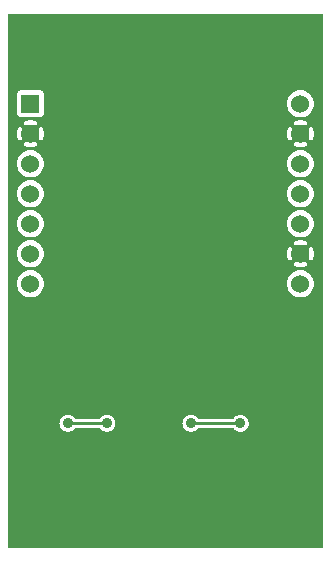
<source format=gbr>
G04 start of page 3 for group 1 idx 1 *
G04 Title: (unknown), bottom *
G04 Creator: pcb 4.0.2 *
G04 CreationDate: Sat May 14 18:14:40 2022 UTC *
G04 For: railfan *
G04 Format: Gerber/RS-274X *
G04 PCB-Dimensions (mil): 1400.00 2300.00 *
G04 PCB-Coordinate-Origin: lower left *
%MOIN*%
%FSLAX25Y25*%
%LNBOTTOM*%
%ADD23C,0.0380*%
%ADD22C,0.0200*%
%ADD21C,0.0360*%
%ADD20C,0.0600*%
%ADD19C,0.0100*%
%ADD18C,0.0001*%
G54D18*G36*
X118613Y217500D02*X122500D01*
Y39500D01*
X118613D01*
Y124802D01*
X118652Y124847D01*
X119022Y125451D01*
X119293Y126105D01*
X119458Y126794D01*
X119500Y127500D01*
X119458Y128206D01*
X119293Y128895D01*
X119022Y129549D01*
X118652Y130153D01*
X118613Y130198D01*
Y135353D01*
X118656Y135360D01*
X118768Y135397D01*
X118873Y135452D01*
X118968Y135522D01*
X119051Y135606D01*
X119119Y135702D01*
X119170Y135808D01*
X119318Y136216D01*
X119422Y136637D01*
X119484Y137067D01*
X119505Y137500D01*
X119484Y137933D01*
X119422Y138363D01*
X119318Y138784D01*
X119175Y139194D01*
X119122Y139300D01*
X119053Y139396D01*
X118970Y139481D01*
X118875Y139551D01*
X118769Y139606D01*
X118657Y139643D01*
X118613Y139651D01*
Y144802D01*
X118652Y144847D01*
X119022Y145451D01*
X119293Y146105D01*
X119458Y146794D01*
X119500Y147500D01*
X119458Y148206D01*
X119293Y148895D01*
X119022Y149549D01*
X118652Y150153D01*
X118613Y150198D01*
Y154802D01*
X118652Y154847D01*
X119022Y155451D01*
X119293Y156105D01*
X119458Y156794D01*
X119500Y157500D01*
X119458Y158206D01*
X119293Y158895D01*
X119022Y159549D01*
X118652Y160153D01*
X118613Y160198D01*
Y164802D01*
X118652Y164847D01*
X119022Y165451D01*
X119293Y166105D01*
X119458Y166794D01*
X119500Y167500D01*
X119458Y168206D01*
X119293Y168895D01*
X119022Y169549D01*
X118652Y170153D01*
X118613Y170198D01*
Y175353D01*
X118656Y175360D01*
X118768Y175397D01*
X118873Y175452D01*
X118968Y175522D01*
X119051Y175606D01*
X119119Y175702D01*
X119170Y175808D01*
X119318Y176216D01*
X119422Y176637D01*
X119484Y177067D01*
X119505Y177500D01*
X119484Y177933D01*
X119422Y178363D01*
X119318Y178784D01*
X119175Y179194D01*
X119122Y179300D01*
X119053Y179396D01*
X118970Y179481D01*
X118875Y179551D01*
X118769Y179606D01*
X118657Y179643D01*
X118613Y179651D01*
Y184802D01*
X118652Y184847D01*
X119022Y185451D01*
X119293Y186105D01*
X119458Y186794D01*
X119500Y187500D01*
X119458Y188206D01*
X119293Y188895D01*
X119022Y189549D01*
X118652Y190153D01*
X118613Y190198D01*
Y217500D01*
G37*
G36*
Y170198D02*X118192Y170692D01*
X117653Y171152D01*
X117049Y171522D01*
X116395Y171793D01*
X115706Y171958D01*
X115000Y172014D01*
X114993Y172013D01*
Y172995D01*
X115000Y172995D01*
X115433Y173016D01*
X115863Y173078D01*
X116284Y173182D01*
X116694Y173325D01*
X116800Y173378D01*
X116896Y173447D01*
X116981Y173530D01*
X117051Y173625D01*
X117106Y173731D01*
X117143Y173843D01*
X117163Y173960D01*
X117164Y174079D01*
X117146Y174196D01*
X117110Y174309D01*
X117057Y174415D01*
X116988Y174512D01*
X116905Y174596D01*
X116809Y174667D01*
X116704Y174721D01*
X116592Y174759D01*
X116475Y174778D01*
X116356Y174779D01*
X116239Y174761D01*
X116126Y174723D01*
X115855Y174624D01*
X115575Y174556D01*
X115289Y174514D01*
X115000Y174500D01*
X114993Y174500D01*
Y180500D01*
X115000Y180500D01*
X115289Y180486D01*
X115575Y180444D01*
X115855Y180376D01*
X116128Y180280D01*
X116239Y180242D01*
X116356Y180225D01*
X116474Y180225D01*
X116591Y180245D01*
X116703Y180282D01*
X116807Y180336D01*
X116902Y180406D01*
X116985Y180491D01*
X117054Y180587D01*
X117107Y180692D01*
X117143Y180805D01*
X117160Y180921D01*
X117159Y181039D01*
X117140Y181156D01*
X117103Y181268D01*
X117048Y181373D01*
X116978Y181468D01*
X116894Y181551D01*
X116798Y181619D01*
X116692Y181670D01*
X116284Y181818D01*
X115863Y181922D01*
X115433Y181984D01*
X115000Y182005D01*
X114993Y182005D01*
Y182987D01*
X115000Y182986D01*
X115706Y183042D01*
X116395Y183207D01*
X117049Y183478D01*
X117653Y183848D01*
X118192Y184308D01*
X118613Y184802D01*
Y179651D01*
X118540Y179663D01*
X118421Y179664D01*
X118304Y179646D01*
X118191Y179610D01*
X118085Y179557D01*
X117988Y179488D01*
X117904Y179405D01*
X117833Y179309D01*
X117779Y179204D01*
X117741Y179092D01*
X117722Y178975D01*
X117721Y178856D01*
X117739Y178739D01*
X117777Y178626D01*
X117876Y178355D01*
X117944Y178075D01*
X117986Y177789D01*
X118000Y177500D01*
X117986Y177211D01*
X117944Y176925D01*
X117876Y176645D01*
X117780Y176372D01*
X117742Y176261D01*
X117725Y176144D01*
X117725Y176026D01*
X117745Y175909D01*
X117782Y175797D01*
X117836Y175693D01*
X117906Y175598D01*
X117991Y175515D01*
X118087Y175446D01*
X118192Y175393D01*
X118305Y175357D01*
X118421Y175340D01*
X118539Y175341D01*
X118613Y175353D01*
Y170198D01*
G37*
G36*
Y160198D02*X118192Y160692D01*
X117653Y161152D01*
X117049Y161522D01*
X116395Y161793D01*
X115706Y161958D01*
X115000Y162014D01*
X114993Y162013D01*
Y162987D01*
X115000Y162986D01*
X115706Y163042D01*
X116395Y163207D01*
X117049Y163478D01*
X117653Y163848D01*
X118192Y164308D01*
X118613Y164802D01*
Y160198D01*
G37*
G36*
Y150198D02*X118192Y150692D01*
X117653Y151152D01*
X117049Y151522D01*
X116395Y151793D01*
X115706Y151958D01*
X115000Y152014D01*
X114993Y152013D01*
Y152987D01*
X115000Y152986D01*
X115706Y153042D01*
X116395Y153207D01*
X117049Y153478D01*
X117653Y153848D01*
X118192Y154308D01*
X118613Y154802D01*
Y150198D01*
G37*
G36*
Y130198D02*X118192Y130692D01*
X117653Y131152D01*
X117049Y131522D01*
X116395Y131793D01*
X115706Y131958D01*
X115000Y132014D01*
X114993Y132013D01*
Y132995D01*
X115000Y132995D01*
X115433Y133016D01*
X115863Y133078D01*
X116284Y133182D01*
X116694Y133325D01*
X116800Y133378D01*
X116896Y133447D01*
X116981Y133530D01*
X117051Y133625D01*
X117106Y133731D01*
X117143Y133843D01*
X117163Y133960D01*
X117164Y134079D01*
X117146Y134196D01*
X117110Y134309D01*
X117057Y134415D01*
X116988Y134512D01*
X116905Y134596D01*
X116809Y134667D01*
X116704Y134721D01*
X116592Y134759D01*
X116475Y134778D01*
X116356Y134779D01*
X116239Y134761D01*
X116126Y134723D01*
X115855Y134624D01*
X115575Y134556D01*
X115289Y134514D01*
X115000Y134500D01*
X114993Y134500D01*
Y140500D01*
X115000Y140500D01*
X115289Y140486D01*
X115575Y140444D01*
X115855Y140376D01*
X116128Y140280D01*
X116239Y140242D01*
X116356Y140225D01*
X116474Y140225D01*
X116591Y140245D01*
X116703Y140282D01*
X116807Y140336D01*
X116902Y140406D01*
X116985Y140491D01*
X117054Y140587D01*
X117107Y140692D01*
X117143Y140805D01*
X117160Y140921D01*
X117159Y141039D01*
X117140Y141156D01*
X117103Y141268D01*
X117048Y141373D01*
X116978Y141468D01*
X116894Y141551D01*
X116798Y141619D01*
X116692Y141670D01*
X116284Y141818D01*
X115863Y141922D01*
X115433Y141984D01*
X115000Y142005D01*
X114993Y142005D01*
Y142987D01*
X115000Y142986D01*
X115706Y143042D01*
X116395Y143207D01*
X117049Y143478D01*
X117653Y143848D01*
X118192Y144308D01*
X118613Y144802D01*
Y139651D01*
X118540Y139663D01*
X118421Y139664D01*
X118304Y139646D01*
X118191Y139610D01*
X118085Y139557D01*
X117988Y139488D01*
X117904Y139405D01*
X117833Y139309D01*
X117779Y139204D01*
X117741Y139092D01*
X117722Y138975D01*
X117721Y138856D01*
X117739Y138739D01*
X117777Y138626D01*
X117876Y138355D01*
X117944Y138075D01*
X117986Y137789D01*
X118000Y137500D01*
X117986Y137211D01*
X117944Y136925D01*
X117876Y136645D01*
X117780Y136372D01*
X117742Y136261D01*
X117725Y136144D01*
X117725Y136026D01*
X117745Y135909D01*
X117782Y135797D01*
X117836Y135693D01*
X117906Y135598D01*
X117991Y135515D01*
X118087Y135446D01*
X118192Y135393D01*
X118305Y135357D01*
X118421Y135340D01*
X118539Y135341D01*
X118613Y135353D01*
Y130198D01*
G37*
G36*
Y39500D02*X114993D01*
Y122987D01*
X115000Y122986D01*
X115706Y123042D01*
X116395Y123207D01*
X117049Y123478D01*
X117653Y123848D01*
X118192Y124308D01*
X118613Y124802D01*
Y39500D01*
G37*
G36*
X114993Y217500D02*X118613D01*
Y190198D01*
X118192Y190692D01*
X117653Y191152D01*
X117049Y191522D01*
X116395Y191793D01*
X115706Y191958D01*
X115000Y192014D01*
X114993Y192013D01*
Y217500D01*
G37*
G36*
X111387Y124802D02*X111808Y124308D01*
X112347Y123848D01*
X112951Y123478D01*
X113605Y123207D01*
X114294Y123042D01*
X114993Y122987D01*
Y39500D01*
X111387D01*
Y124802D01*
G37*
G36*
Y144802D02*X111808Y144308D01*
X112347Y143848D01*
X112951Y143478D01*
X113605Y143207D01*
X114294Y143042D01*
X114993Y142987D01*
Y142005D01*
X114567Y141984D01*
X114137Y141922D01*
X113716Y141818D01*
X113306Y141675D01*
X113200Y141622D01*
X113104Y141553D01*
X113019Y141470D01*
X112949Y141375D01*
X112894Y141269D01*
X112857Y141157D01*
X112837Y141040D01*
X112836Y140921D01*
X112854Y140804D01*
X112890Y140691D01*
X112943Y140585D01*
X113012Y140488D01*
X113095Y140404D01*
X113191Y140333D01*
X113296Y140279D01*
X113408Y140241D01*
X113525Y140222D01*
X113644Y140221D01*
X113761Y140239D01*
X113874Y140277D01*
X114145Y140376D01*
X114425Y140444D01*
X114711Y140486D01*
X114993Y140500D01*
Y134500D01*
X114711Y134514D01*
X114425Y134556D01*
X114145Y134624D01*
X113872Y134720D01*
X113761Y134758D01*
X113644Y134775D01*
X113526Y134775D01*
X113409Y134755D01*
X113297Y134718D01*
X113193Y134664D01*
X113098Y134594D01*
X113015Y134509D01*
X112946Y134413D01*
X112893Y134308D01*
X112857Y134195D01*
X112840Y134079D01*
X112841Y133961D01*
X112860Y133844D01*
X112897Y133732D01*
X112952Y133627D01*
X113022Y133532D01*
X113106Y133449D01*
X113202Y133381D01*
X113308Y133330D01*
X113716Y133182D01*
X114137Y133078D01*
X114567Y133016D01*
X114993Y132995D01*
Y132013D01*
X114294Y131958D01*
X113605Y131793D01*
X112951Y131522D01*
X112347Y131152D01*
X111808Y130692D01*
X111387Y130198D01*
Y135349D01*
X111460Y135337D01*
X111579Y135336D01*
X111696Y135354D01*
X111809Y135390D01*
X111915Y135443D01*
X112012Y135512D01*
X112096Y135595D01*
X112167Y135691D01*
X112221Y135796D01*
X112259Y135908D01*
X112278Y136025D01*
X112279Y136144D01*
X112261Y136261D01*
X112223Y136374D01*
X112124Y136645D01*
X112056Y136925D01*
X112014Y137211D01*
X112000Y137500D01*
X112014Y137789D01*
X112056Y138075D01*
X112124Y138355D01*
X112220Y138628D01*
X112258Y138739D01*
X112275Y138856D01*
X112275Y138974D01*
X112255Y139091D01*
X112218Y139203D01*
X112164Y139307D01*
X112094Y139402D01*
X112009Y139485D01*
X111913Y139554D01*
X111808Y139607D01*
X111695Y139643D01*
X111579Y139660D01*
X111461Y139659D01*
X111387Y139647D01*
Y144802D01*
G37*
G36*
Y154802D02*X111808Y154308D01*
X112347Y153848D01*
X112951Y153478D01*
X113605Y153207D01*
X114294Y153042D01*
X114993Y152987D01*
Y152013D01*
X114294Y151958D01*
X113605Y151793D01*
X112951Y151522D01*
X112347Y151152D01*
X111808Y150692D01*
X111387Y150198D01*
Y154802D01*
G37*
G36*
Y164802D02*X111808Y164308D01*
X112347Y163848D01*
X112951Y163478D01*
X113605Y163207D01*
X114294Y163042D01*
X114993Y162987D01*
Y162013D01*
X114294Y161958D01*
X113605Y161793D01*
X112951Y161522D01*
X112347Y161152D01*
X111808Y160692D01*
X111387Y160198D01*
Y164802D01*
G37*
G36*
Y184802D02*X111808Y184308D01*
X112347Y183848D01*
X112951Y183478D01*
X113605Y183207D01*
X114294Y183042D01*
X114993Y182987D01*
Y182005D01*
X114567Y181984D01*
X114137Y181922D01*
X113716Y181818D01*
X113306Y181675D01*
X113200Y181622D01*
X113104Y181553D01*
X113019Y181470D01*
X112949Y181375D01*
X112894Y181269D01*
X112857Y181157D01*
X112837Y181040D01*
X112836Y180921D01*
X112854Y180804D01*
X112890Y180691D01*
X112943Y180585D01*
X113012Y180488D01*
X113095Y180404D01*
X113191Y180333D01*
X113296Y180279D01*
X113408Y180241D01*
X113525Y180222D01*
X113644Y180221D01*
X113761Y180239D01*
X113874Y180277D01*
X114145Y180376D01*
X114425Y180444D01*
X114711Y180486D01*
X114993Y180500D01*
Y174500D01*
X114711Y174514D01*
X114425Y174556D01*
X114145Y174624D01*
X113872Y174720D01*
X113761Y174758D01*
X113644Y174775D01*
X113526Y174775D01*
X113409Y174755D01*
X113297Y174718D01*
X113193Y174664D01*
X113098Y174594D01*
X113015Y174509D01*
X112946Y174413D01*
X112893Y174308D01*
X112857Y174195D01*
X112840Y174079D01*
X112841Y173961D01*
X112860Y173844D01*
X112897Y173732D01*
X112952Y173627D01*
X113022Y173532D01*
X113106Y173449D01*
X113202Y173381D01*
X113308Y173330D01*
X113716Y173182D01*
X114137Y173078D01*
X114567Y173016D01*
X114993Y172995D01*
Y172013D01*
X114294Y171958D01*
X113605Y171793D01*
X112951Y171522D01*
X112347Y171152D01*
X111808Y170692D01*
X111387Y170198D01*
Y175349D01*
X111460Y175337D01*
X111579Y175336D01*
X111696Y175354D01*
X111809Y175390D01*
X111915Y175443D01*
X112012Y175512D01*
X112096Y175595D01*
X112167Y175691D01*
X112221Y175796D01*
X112259Y175908D01*
X112278Y176025D01*
X112279Y176144D01*
X112261Y176261D01*
X112223Y176374D01*
X112124Y176645D01*
X112056Y176925D01*
X112014Y177211D01*
X112000Y177500D01*
X112014Y177789D01*
X112056Y178075D01*
X112124Y178355D01*
X112220Y178628D01*
X112258Y178739D01*
X112275Y178856D01*
X112275Y178974D01*
X112255Y179091D01*
X112218Y179203D01*
X112164Y179307D01*
X112094Y179402D01*
X112009Y179485D01*
X111913Y179554D01*
X111808Y179607D01*
X111695Y179643D01*
X111579Y179660D01*
X111461Y179659D01*
X111387Y179647D01*
Y184802D01*
G37*
G36*
Y217500D02*X114993D01*
Y192013D01*
X114294Y191958D01*
X113605Y191793D01*
X112951Y191522D01*
X112347Y191152D01*
X111808Y190692D01*
X111387Y190198D01*
Y217500D01*
G37*
G36*
X86746D02*X111387D01*
Y190198D01*
X111348Y190153D01*
X110978Y189549D01*
X110707Y188895D01*
X110542Y188206D01*
X110486Y187500D01*
X110542Y186794D01*
X110707Y186105D01*
X110978Y185451D01*
X111348Y184847D01*
X111387Y184802D01*
Y179647D01*
X111344Y179640D01*
X111232Y179603D01*
X111127Y179548D01*
X111032Y179478D01*
X110949Y179394D01*
X110881Y179298D01*
X110830Y179192D01*
X110682Y178784D01*
X110578Y178363D01*
X110516Y177933D01*
X110495Y177500D01*
X110516Y177067D01*
X110578Y176637D01*
X110682Y176216D01*
X110825Y175806D01*
X110878Y175700D01*
X110947Y175604D01*
X111030Y175519D01*
X111125Y175449D01*
X111231Y175394D01*
X111343Y175357D01*
X111387Y175349D01*
Y170198D01*
X111348Y170153D01*
X110978Y169549D01*
X110707Y168895D01*
X110542Y168206D01*
X110486Y167500D01*
X110542Y166794D01*
X110707Y166105D01*
X110978Y165451D01*
X111348Y164847D01*
X111387Y164802D01*
Y160198D01*
X111348Y160153D01*
X110978Y159549D01*
X110707Y158895D01*
X110542Y158206D01*
X110486Y157500D01*
X110542Y156794D01*
X110707Y156105D01*
X110978Y155451D01*
X111348Y154847D01*
X111387Y154802D01*
Y150198D01*
X111348Y150153D01*
X110978Y149549D01*
X110707Y148895D01*
X110542Y148206D01*
X110486Y147500D01*
X110542Y146794D01*
X110707Y146105D01*
X110978Y145451D01*
X111348Y144847D01*
X111387Y144802D01*
Y139647D01*
X111344Y139640D01*
X111232Y139603D01*
X111127Y139548D01*
X111032Y139478D01*
X110949Y139394D01*
X110881Y139298D01*
X110830Y139192D01*
X110682Y138784D01*
X110578Y138363D01*
X110516Y137933D01*
X110495Y137500D01*
X110516Y137067D01*
X110578Y136637D01*
X110682Y136216D01*
X110825Y135806D01*
X110878Y135700D01*
X110947Y135604D01*
X111030Y135519D01*
X111125Y135449D01*
X111231Y135394D01*
X111343Y135357D01*
X111387Y135349D01*
Y130198D01*
X111348Y130153D01*
X110978Y129549D01*
X110707Y128895D01*
X110542Y128206D01*
X110486Y127500D01*
X110542Y126794D01*
X110707Y126105D01*
X110978Y125451D01*
X111348Y124847D01*
X111387Y124802D01*
Y39500D01*
X86746D01*
Y79437D01*
X92635D01*
X92728Y79286D01*
X93014Y78951D01*
X93349Y78665D01*
X93725Y78434D01*
X94132Y78266D01*
X94561Y78163D01*
X95000Y78128D01*
X95439Y78163D01*
X95868Y78266D01*
X96275Y78434D01*
X96651Y78665D01*
X96986Y78951D01*
X97272Y79286D01*
X97503Y79662D01*
X97671Y80069D01*
X97774Y80498D01*
X97800Y80937D01*
X97774Y81376D01*
X97671Y81805D01*
X97503Y82212D01*
X97272Y82588D01*
X96986Y82923D01*
X96651Y83209D01*
X96275Y83440D01*
X95868Y83608D01*
X95439Y83711D01*
X95000Y83746D01*
X94561Y83711D01*
X94132Y83608D01*
X93725Y83440D01*
X93349Y83209D01*
X93014Y82923D01*
X92728Y82588D01*
X92635Y82437D01*
X86746D01*
Y217500D01*
G37*
G36*
X43996D02*X86746D01*
Y82437D01*
X80865D01*
X80772Y82588D01*
X80486Y82923D01*
X80151Y83209D01*
X79775Y83440D01*
X79368Y83608D01*
X78939Y83711D01*
X78500Y83746D01*
X78061Y83711D01*
X77632Y83608D01*
X77225Y83440D01*
X76849Y83209D01*
X76514Y82923D01*
X76228Y82588D01*
X75997Y82212D01*
X75829Y81805D01*
X75726Y81376D01*
X75691Y80937D01*
X75726Y80498D01*
X75829Y80069D01*
X75997Y79662D01*
X76228Y79286D01*
X76514Y78951D01*
X76849Y78665D01*
X77225Y78434D01*
X77632Y78266D01*
X78061Y78163D01*
X78500Y78128D01*
X78939Y78163D01*
X79368Y78266D01*
X79775Y78434D01*
X80151Y78665D01*
X80486Y78951D01*
X80772Y79286D01*
X80865Y79437D01*
X86746D01*
Y39500D01*
X43996D01*
Y79437D01*
X48135D01*
X48228Y79286D01*
X48514Y78951D01*
X48849Y78665D01*
X49225Y78434D01*
X49632Y78266D01*
X50061Y78163D01*
X50500Y78128D01*
X50939Y78163D01*
X51368Y78266D01*
X51775Y78434D01*
X52151Y78665D01*
X52486Y78951D01*
X52772Y79286D01*
X53003Y79662D01*
X53171Y80069D01*
X53274Y80498D01*
X53300Y80937D01*
X53274Y81376D01*
X53171Y81805D01*
X53003Y82212D01*
X52772Y82588D01*
X52486Y82923D01*
X52151Y83209D01*
X51775Y83440D01*
X51368Y83608D01*
X50939Y83711D01*
X50500Y83746D01*
X50061Y83711D01*
X49632Y83608D01*
X49225Y83440D01*
X48849Y83209D01*
X48514Y82923D01*
X48228Y82588D01*
X48135Y82437D01*
X43996D01*
Y217500D01*
G37*
G36*
X28613D02*X43996D01*
Y82437D01*
X39865D01*
X39772Y82588D01*
X39486Y82923D01*
X39151Y83209D01*
X38775Y83440D01*
X38368Y83608D01*
X37939Y83711D01*
X37500Y83746D01*
X37061Y83711D01*
X36632Y83608D01*
X36225Y83440D01*
X35849Y83209D01*
X35514Y82923D01*
X35228Y82588D01*
X34997Y82212D01*
X34829Y81805D01*
X34726Y81376D01*
X34691Y80937D01*
X34726Y80498D01*
X34829Y80069D01*
X34997Y79662D01*
X35228Y79286D01*
X35514Y78951D01*
X35849Y78665D01*
X36225Y78434D01*
X36632Y78266D01*
X37061Y78163D01*
X37500Y78128D01*
X37939Y78163D01*
X38368Y78266D01*
X38775Y78434D01*
X39151Y78665D01*
X39486Y78951D01*
X39772Y79286D01*
X39865Y79437D01*
X43996D01*
Y39500D01*
X28613D01*
Y124802D01*
X28652Y124847D01*
X29022Y125451D01*
X29293Y126105D01*
X29458Y126794D01*
X29500Y127500D01*
X29458Y128206D01*
X29293Y128895D01*
X29022Y129549D01*
X28652Y130153D01*
X28613Y130198D01*
Y134802D01*
X28652Y134847D01*
X29022Y135451D01*
X29293Y136105D01*
X29458Y136794D01*
X29500Y137500D01*
X29458Y138206D01*
X29293Y138895D01*
X29022Y139549D01*
X28652Y140153D01*
X28613Y140198D01*
Y144802D01*
X28652Y144847D01*
X29022Y145451D01*
X29293Y146105D01*
X29458Y146794D01*
X29500Y147500D01*
X29458Y148206D01*
X29293Y148895D01*
X29022Y149549D01*
X28652Y150153D01*
X28613Y150198D01*
Y154802D01*
X28652Y154847D01*
X29022Y155451D01*
X29293Y156105D01*
X29458Y156794D01*
X29500Y157500D01*
X29458Y158206D01*
X29293Y158895D01*
X29022Y159549D01*
X28652Y160153D01*
X28613Y160198D01*
Y164802D01*
X28652Y164847D01*
X29022Y165451D01*
X29293Y166105D01*
X29458Y166794D01*
X29500Y167500D01*
X29458Y168206D01*
X29293Y168895D01*
X29022Y169549D01*
X28652Y170153D01*
X28613Y170198D01*
Y175353D01*
X28656Y175360D01*
X28768Y175397D01*
X28873Y175452D01*
X28968Y175522D01*
X29051Y175606D01*
X29119Y175702D01*
X29170Y175808D01*
X29318Y176216D01*
X29422Y176637D01*
X29484Y177067D01*
X29505Y177500D01*
X29484Y177933D01*
X29422Y178363D01*
X29318Y178784D01*
X29175Y179194D01*
X29122Y179300D01*
X29053Y179396D01*
X28970Y179481D01*
X28875Y179551D01*
X28769Y179606D01*
X28657Y179643D01*
X28613Y179651D01*
Y183130D01*
X28683Y183159D01*
X28884Y183283D01*
X29064Y183436D01*
X29217Y183616D01*
X29341Y183817D01*
X29431Y184035D01*
X29486Y184265D01*
X29500Y184500D01*
X29486Y190735D01*
X29431Y190965D01*
X29341Y191183D01*
X29217Y191384D01*
X29064Y191564D01*
X28884Y191717D01*
X28683Y191841D01*
X28613Y191870D01*
Y217500D01*
G37*
G36*
Y170198D02*X28192Y170692D01*
X27653Y171152D01*
X27049Y171522D01*
X26395Y171793D01*
X25706Y171958D01*
X25000Y172014D01*
X24993Y172013D01*
Y172995D01*
X25000Y172995D01*
X25433Y173016D01*
X25863Y173078D01*
X26284Y173182D01*
X26694Y173325D01*
X26800Y173378D01*
X26896Y173447D01*
X26981Y173530D01*
X27051Y173625D01*
X27106Y173731D01*
X27143Y173843D01*
X27163Y173960D01*
X27164Y174079D01*
X27146Y174196D01*
X27110Y174309D01*
X27057Y174415D01*
X26988Y174512D01*
X26905Y174596D01*
X26809Y174667D01*
X26704Y174721D01*
X26592Y174759D01*
X26475Y174778D01*
X26356Y174779D01*
X26239Y174761D01*
X26126Y174723D01*
X25855Y174624D01*
X25575Y174556D01*
X25289Y174514D01*
X25000Y174500D01*
X24993Y174500D01*
Y180500D01*
X25000Y180500D01*
X25289Y180486D01*
X25575Y180444D01*
X25855Y180376D01*
X26128Y180280D01*
X26239Y180242D01*
X26356Y180225D01*
X26474Y180225D01*
X26591Y180245D01*
X26703Y180282D01*
X26807Y180336D01*
X26902Y180406D01*
X26985Y180491D01*
X27054Y180587D01*
X27107Y180692D01*
X27143Y180805D01*
X27160Y180921D01*
X27159Y181039D01*
X27140Y181156D01*
X27103Y181268D01*
X27048Y181373D01*
X26978Y181468D01*
X26894Y181551D01*
X26798Y181619D01*
X26692Y181670D01*
X26284Y181818D01*
X25863Y181922D01*
X25433Y181984D01*
X25000Y182005D01*
X24993Y182005D01*
Y183007D01*
X28235Y183014D01*
X28465Y183069D01*
X28613Y183130D01*
Y179651D01*
X28540Y179663D01*
X28421Y179664D01*
X28304Y179646D01*
X28191Y179610D01*
X28085Y179557D01*
X27988Y179488D01*
X27904Y179405D01*
X27833Y179309D01*
X27779Y179204D01*
X27741Y179092D01*
X27722Y178975D01*
X27721Y178856D01*
X27739Y178739D01*
X27777Y178626D01*
X27876Y178355D01*
X27944Y178075D01*
X27986Y177789D01*
X28000Y177500D01*
X27986Y177211D01*
X27944Y176925D01*
X27876Y176645D01*
X27780Y176372D01*
X27742Y176261D01*
X27725Y176144D01*
X27725Y176026D01*
X27745Y175909D01*
X27782Y175797D01*
X27836Y175693D01*
X27906Y175598D01*
X27991Y175515D01*
X28087Y175446D01*
X28192Y175393D01*
X28305Y175357D01*
X28421Y175340D01*
X28539Y175341D01*
X28613Y175353D01*
Y170198D01*
G37*
G36*
Y160198D02*X28192Y160692D01*
X27653Y161152D01*
X27049Y161522D01*
X26395Y161793D01*
X25706Y161958D01*
X25000Y162014D01*
X24993Y162013D01*
Y162987D01*
X25000Y162986D01*
X25706Y163042D01*
X26395Y163207D01*
X27049Y163478D01*
X27653Y163848D01*
X28192Y164308D01*
X28613Y164802D01*
Y160198D01*
G37*
G36*
Y150198D02*X28192Y150692D01*
X27653Y151152D01*
X27049Y151522D01*
X26395Y151793D01*
X25706Y151958D01*
X25000Y152014D01*
X24993Y152013D01*
Y152987D01*
X25000Y152986D01*
X25706Y153042D01*
X26395Y153207D01*
X27049Y153478D01*
X27653Y153848D01*
X28192Y154308D01*
X28613Y154802D01*
Y150198D01*
G37*
G36*
Y140198D02*X28192Y140692D01*
X27653Y141152D01*
X27049Y141522D01*
X26395Y141793D01*
X25706Y141958D01*
X25000Y142014D01*
X24993Y142013D01*
Y142987D01*
X25000Y142986D01*
X25706Y143042D01*
X26395Y143207D01*
X27049Y143478D01*
X27653Y143848D01*
X28192Y144308D01*
X28613Y144802D01*
Y140198D01*
G37*
G36*
Y130198D02*X28192Y130692D01*
X27653Y131152D01*
X27049Y131522D01*
X26395Y131793D01*
X25706Y131958D01*
X25000Y132014D01*
X24993Y132013D01*
Y132987D01*
X25000Y132986D01*
X25706Y133042D01*
X26395Y133207D01*
X27049Y133478D01*
X27653Y133848D01*
X28192Y134308D01*
X28613Y134802D01*
Y130198D01*
G37*
G36*
Y39500D02*X24993D01*
Y122987D01*
X25000Y122986D01*
X25706Y123042D01*
X26395Y123207D01*
X27049Y123478D01*
X27653Y123848D01*
X28192Y124308D01*
X28613Y124802D01*
Y39500D01*
G37*
G36*
X24993Y217500D02*X28613D01*
Y191870D01*
X28465Y191931D01*
X28235Y191986D01*
X28000Y192000D01*
X24993Y191993D01*
Y217500D01*
G37*
G36*
X21387Y124802D02*X21808Y124308D01*
X22347Y123848D01*
X22951Y123478D01*
X23605Y123207D01*
X24294Y123042D01*
X24993Y122987D01*
Y39500D01*
X21387D01*
Y124802D01*
G37*
G36*
Y134802D02*X21808Y134308D01*
X22347Y133848D01*
X22951Y133478D01*
X23605Y133207D01*
X24294Y133042D01*
X24993Y132987D01*
Y132013D01*
X24294Y131958D01*
X23605Y131793D01*
X22951Y131522D01*
X22347Y131152D01*
X21808Y130692D01*
X21387Y130198D01*
Y134802D01*
G37*
G36*
Y144802D02*X21808Y144308D01*
X22347Y143848D01*
X22951Y143478D01*
X23605Y143207D01*
X24294Y143042D01*
X24993Y142987D01*
Y142013D01*
X24294Y141958D01*
X23605Y141793D01*
X22951Y141522D01*
X22347Y141152D01*
X21808Y140692D01*
X21387Y140198D01*
Y144802D01*
G37*
G36*
Y154802D02*X21808Y154308D01*
X22347Y153848D01*
X22951Y153478D01*
X23605Y153207D01*
X24294Y153042D01*
X24993Y152987D01*
Y152013D01*
X24294Y151958D01*
X23605Y151793D01*
X22951Y151522D01*
X22347Y151152D01*
X21808Y150692D01*
X21387Y150198D01*
Y154802D01*
G37*
G36*
Y164802D02*X21808Y164308D01*
X22347Y163848D01*
X22951Y163478D01*
X23605Y163207D01*
X24294Y163042D01*
X24993Y162987D01*
Y162013D01*
X24294Y161958D01*
X23605Y161793D01*
X22951Y161522D01*
X22347Y161152D01*
X21808Y160692D01*
X21387Y160198D01*
Y164802D01*
G37*
G36*
Y183130D02*X21535Y183069D01*
X21765Y183014D01*
X22000Y183000D01*
X24993Y183007D01*
Y182005D01*
X24567Y181984D01*
X24137Y181922D01*
X23716Y181818D01*
X23306Y181675D01*
X23200Y181622D01*
X23104Y181553D01*
X23019Y181470D01*
X22949Y181375D01*
X22894Y181269D01*
X22857Y181157D01*
X22837Y181040D01*
X22836Y180921D01*
X22854Y180804D01*
X22890Y180691D01*
X22943Y180585D01*
X23012Y180488D01*
X23095Y180404D01*
X23191Y180333D01*
X23296Y180279D01*
X23408Y180241D01*
X23525Y180222D01*
X23644Y180221D01*
X23761Y180239D01*
X23874Y180277D01*
X24145Y180376D01*
X24425Y180444D01*
X24711Y180486D01*
X24993Y180500D01*
Y174500D01*
X24711Y174514D01*
X24425Y174556D01*
X24145Y174624D01*
X23872Y174720D01*
X23761Y174758D01*
X23644Y174775D01*
X23526Y174775D01*
X23409Y174755D01*
X23297Y174718D01*
X23193Y174664D01*
X23098Y174594D01*
X23015Y174509D01*
X22946Y174413D01*
X22893Y174308D01*
X22857Y174195D01*
X22840Y174079D01*
X22841Y173961D01*
X22860Y173844D01*
X22897Y173732D01*
X22952Y173627D01*
X23022Y173532D01*
X23106Y173449D01*
X23202Y173381D01*
X23308Y173330D01*
X23716Y173182D01*
X24137Y173078D01*
X24567Y173016D01*
X24993Y172995D01*
Y172013D01*
X24294Y171958D01*
X23605Y171793D01*
X22951Y171522D01*
X22347Y171152D01*
X21808Y170692D01*
X21387Y170198D01*
Y175349D01*
X21460Y175337D01*
X21579Y175336D01*
X21696Y175354D01*
X21809Y175390D01*
X21915Y175443D01*
X22012Y175512D01*
X22096Y175595D01*
X22167Y175691D01*
X22221Y175796D01*
X22259Y175908D01*
X22278Y176025D01*
X22279Y176144D01*
X22261Y176261D01*
X22223Y176374D01*
X22124Y176645D01*
X22056Y176925D01*
X22014Y177211D01*
X22000Y177500D01*
X22014Y177789D01*
X22056Y178075D01*
X22124Y178355D01*
X22220Y178628D01*
X22258Y178739D01*
X22275Y178856D01*
X22275Y178974D01*
X22255Y179091D01*
X22218Y179203D01*
X22164Y179307D01*
X22094Y179402D01*
X22009Y179485D01*
X21913Y179554D01*
X21808Y179607D01*
X21695Y179643D01*
X21579Y179660D01*
X21461Y179659D01*
X21387Y179647D01*
Y183130D01*
G37*
G36*
Y217500D02*X24993D01*
Y191993D01*
X21765Y191986D01*
X21535Y191931D01*
X21387Y191870D01*
Y217500D01*
G37*
G36*
X17500D02*X21387D01*
Y191870D01*
X21317Y191841D01*
X21116Y191717D01*
X20936Y191564D01*
X20783Y191384D01*
X20659Y191183D01*
X20569Y190965D01*
X20514Y190735D01*
X20500Y190500D01*
X20514Y184265D01*
X20569Y184035D01*
X20659Y183817D01*
X20783Y183616D01*
X20936Y183436D01*
X21116Y183283D01*
X21317Y183159D01*
X21387Y183130D01*
Y179647D01*
X21344Y179640D01*
X21232Y179603D01*
X21127Y179548D01*
X21032Y179478D01*
X20949Y179394D01*
X20881Y179298D01*
X20830Y179192D01*
X20682Y178784D01*
X20578Y178363D01*
X20516Y177933D01*
X20495Y177500D01*
X20516Y177067D01*
X20578Y176637D01*
X20682Y176216D01*
X20825Y175806D01*
X20878Y175700D01*
X20947Y175604D01*
X21030Y175519D01*
X21125Y175449D01*
X21231Y175394D01*
X21343Y175357D01*
X21387Y175349D01*
Y170198D01*
X21348Y170153D01*
X20978Y169549D01*
X20707Y168895D01*
X20542Y168206D01*
X20486Y167500D01*
X20542Y166794D01*
X20707Y166105D01*
X20978Y165451D01*
X21348Y164847D01*
X21387Y164802D01*
Y160198D01*
X21348Y160153D01*
X20978Y159549D01*
X20707Y158895D01*
X20542Y158206D01*
X20486Y157500D01*
X20542Y156794D01*
X20707Y156105D01*
X20978Y155451D01*
X21348Y154847D01*
X21387Y154802D01*
Y150198D01*
X21348Y150153D01*
X20978Y149549D01*
X20707Y148895D01*
X20542Y148206D01*
X20486Y147500D01*
X20542Y146794D01*
X20707Y146105D01*
X20978Y145451D01*
X21348Y144847D01*
X21387Y144802D01*
Y140198D01*
X21348Y140153D01*
X20978Y139549D01*
X20707Y138895D01*
X20542Y138206D01*
X20486Y137500D01*
X20542Y136794D01*
X20707Y136105D01*
X20978Y135451D01*
X21348Y134847D01*
X21387Y134802D01*
Y130198D01*
X21348Y130153D01*
X20978Y129549D01*
X20707Y128895D01*
X20542Y128206D01*
X20486Y127500D01*
X20542Y126794D01*
X20707Y126105D01*
X20978Y125451D01*
X21348Y124847D01*
X21387Y124802D01*
Y39500D01*
X17500D01*
Y217500D01*
G37*
G54D19*X95000Y80937D02*X78500D01*
X37500D02*X50500D01*
G54D20*X25000Y157500D03*
Y147500D03*
Y137500D03*
Y127500D03*
G54D18*G36*
X22000Y190500D02*Y184500D01*
X28000D01*
Y190500D01*
X22000D01*
G37*
G54D20*X25000Y177500D03*
Y167500D03*
X115000Y187500D03*
Y177500D03*
Y167500D03*
Y157500D03*
Y147500D03*
Y137500D03*
Y127500D03*
G54D21*X99500Y112500D03*
Y118500D03*
Y106500D03*
X70000Y44000D03*
X95000Y80937D03*
X78500D03*
X37500D03*
X50500D03*
G54D22*G54D23*M02*

</source>
